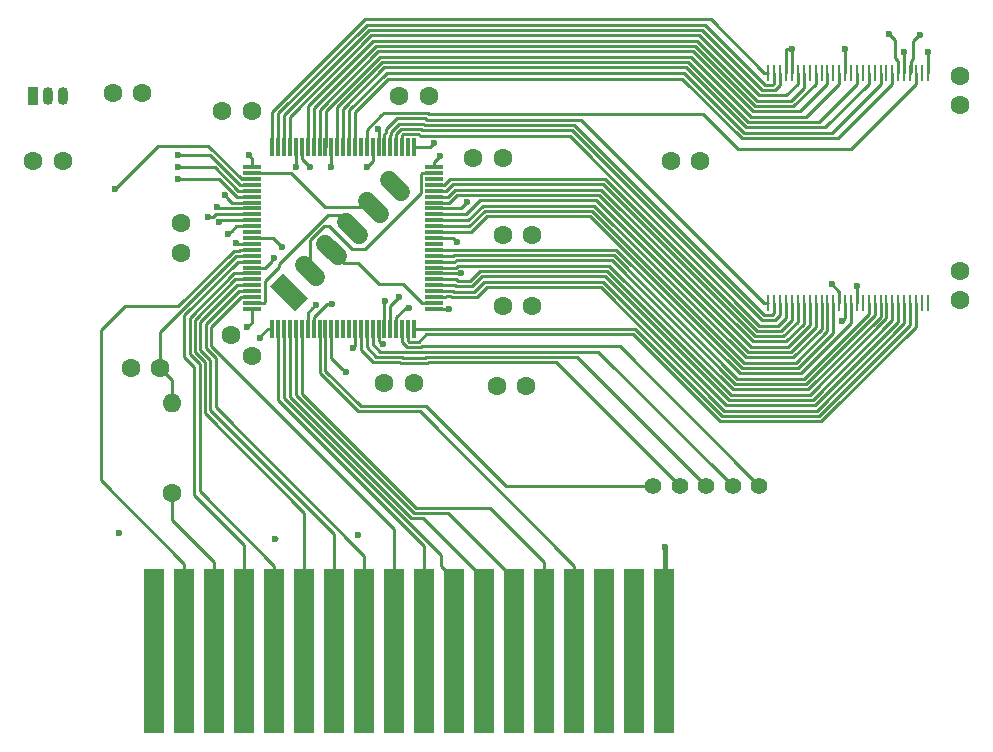
<source format=gtl>
G04 #@! TF.FileFunction,Copper,L1,Top,Signal*
%FSLAX46Y46*%
G04 Gerber Fmt 4.6, Leading zero omitted, Abs format (unit mm)*
G04 Created by KiCad (PCBNEW 4.0.7) date 12/03/18 22:41:55*
%MOMM*%
%LPD*%
G01*
G04 APERTURE LIST*
%ADD10C,0.100000*%
%ADD11R,0.269240X1.391920*%
%ADD12R,0.271780X1.391920*%
%ADD13R,1.780000X14.000000*%
%ADD14C,1.510000*%
%ADD15O,0.900000X1.500000*%
%ADD16R,0.900000X1.500000*%
%ADD17R,1.500000X0.300000*%
%ADD18R,0.300000X1.500000*%
%ADD19C,1.400000*%
%ADD20C,1.600000*%
%ADD21O,1.600000X1.600000*%
%ADD22C,0.600000*%
%ADD23C,0.250000*%
%ADD24C,0.400000*%
G04 APERTURE END LIST*
D10*
D11*
X173004080Y-79000000D03*
X173004080Y-98486880D03*
X173504460Y-79000000D03*
X173504460Y-98486880D03*
X174004840Y-79000000D03*
X174004840Y-98486880D03*
D12*
X174505220Y-79000000D03*
X174505220Y-98486880D03*
X175005600Y-79000000D03*
X175005600Y-98486880D03*
D11*
X175503440Y-79000000D03*
X175503440Y-98486880D03*
X176003820Y-79000000D03*
X176003820Y-98486880D03*
X176504200Y-79000000D03*
X176504200Y-98486880D03*
X177004580Y-79000000D03*
X177004580Y-98486880D03*
X177504960Y-79000000D03*
X177504960Y-98486880D03*
D12*
X178005340Y-79000000D03*
X178005340Y-98486880D03*
X178505720Y-79000000D03*
X178505720Y-98486880D03*
D11*
X179003560Y-79000000D03*
X179003560Y-98486880D03*
X179503940Y-79000000D03*
X179503940Y-98486880D03*
X180001780Y-79000000D03*
X180001780Y-98486880D03*
X180502160Y-79000000D03*
X180502160Y-98486880D03*
D12*
X181000000Y-79000000D03*
X181000000Y-98486880D03*
X181500380Y-79000000D03*
X181500380Y-98486880D03*
D11*
X182000760Y-79000000D03*
X182000760Y-98486880D03*
X182501140Y-79000000D03*
X182501140Y-98486880D03*
X183001520Y-79000000D03*
X183001520Y-98486880D03*
X183501900Y-79000000D03*
X183501900Y-98486880D03*
X184002280Y-79000000D03*
X184002280Y-98486880D03*
D12*
X184500120Y-79000000D03*
X184500120Y-98486880D03*
X185000500Y-79000000D03*
X185000500Y-98486880D03*
D11*
X185500880Y-79000000D03*
X185500880Y-98486880D03*
X186001260Y-79000000D03*
X186001260Y-98486880D03*
X186501640Y-79000000D03*
X186501640Y-98486880D03*
D13*
X164180000Y-128000000D03*
X161640000Y-128000000D03*
X159100000Y-128000000D03*
X156560000Y-128000000D03*
X154020000Y-128000000D03*
X151480000Y-128000000D03*
X148940000Y-128000000D03*
X146400000Y-128000000D03*
X143860000Y-128000000D03*
X141320000Y-128000000D03*
X138780000Y-128000000D03*
X136240000Y-128000000D03*
X133700000Y-128000000D03*
X131160000Y-128000000D03*
X128620000Y-128000000D03*
X126080000Y-128000000D03*
X123540000Y-128000000D03*
X121000000Y-128000000D03*
D10*
G36*
X132938228Y-99190163D02*
X130809837Y-97061772D01*
X131877568Y-95994041D01*
X134005959Y-98122432D01*
X132938228Y-99190163D01*
X132938228Y-99190163D01*
G37*
D14*
X133673619Y-95265721D02*
X134734279Y-96326381D01*
X135469670Y-93469670D02*
X136530330Y-94530330D01*
X137265722Y-91673618D02*
X138326382Y-92734278D01*
X139061773Y-89877567D02*
X140122433Y-90938227D01*
X140857824Y-88081516D02*
X141918484Y-89142176D01*
D15*
X112000000Y-81000000D03*
X113270000Y-81000000D03*
D16*
X110730000Y-81000000D03*
D17*
X129300000Y-87000000D03*
X129300000Y-87500000D03*
X129300000Y-88000000D03*
X129300000Y-88500000D03*
X129300000Y-89000000D03*
X129300000Y-89500000D03*
X129300000Y-90000000D03*
X129300000Y-90500000D03*
X129300000Y-91000000D03*
X129300000Y-91500000D03*
X129300000Y-92000000D03*
X129300000Y-92500000D03*
X129300000Y-93000000D03*
X129300000Y-93500000D03*
X129300000Y-94000000D03*
X129300000Y-94500000D03*
X129300000Y-95000000D03*
X129300000Y-95500000D03*
X129300000Y-96000000D03*
X129300000Y-96500000D03*
X129300000Y-97000000D03*
X129300000Y-97500000D03*
X129300000Y-98000000D03*
X129300000Y-98500000D03*
X129300000Y-99000000D03*
D18*
X131000000Y-100700000D03*
X131500000Y-100700000D03*
X132000000Y-100700000D03*
X132500000Y-100700000D03*
X133000000Y-100700000D03*
X133500000Y-100700000D03*
X134000000Y-100700000D03*
X134500000Y-100700000D03*
X135000000Y-100700000D03*
X135500000Y-100700000D03*
X136000000Y-100700000D03*
X136500000Y-100700000D03*
X137000000Y-100700000D03*
X137500000Y-100700000D03*
X138000000Y-100700000D03*
X138500000Y-100700000D03*
X139000000Y-100700000D03*
X139500000Y-100700000D03*
X140000000Y-100700000D03*
X140500000Y-100700000D03*
X141000000Y-100700000D03*
X141500000Y-100700000D03*
X142000000Y-100700000D03*
X142500000Y-100700000D03*
X143000000Y-100700000D03*
D17*
X144700000Y-99000000D03*
X144700000Y-98500000D03*
X144700000Y-98000000D03*
X144700000Y-97500000D03*
X144700000Y-97000000D03*
X144700000Y-96500000D03*
X144700000Y-96000000D03*
X144700000Y-95500000D03*
X144700000Y-95000000D03*
X144700000Y-94500000D03*
X144700000Y-94000000D03*
X144700000Y-93500000D03*
X144700000Y-93000000D03*
X144700000Y-92500000D03*
X144700000Y-92000000D03*
X144700000Y-91500000D03*
X144700000Y-91000000D03*
X144700000Y-90500000D03*
X144700000Y-90000000D03*
X144700000Y-89500000D03*
X144700000Y-89000000D03*
X144700000Y-88500000D03*
X144700000Y-88000000D03*
X144700000Y-87500000D03*
X144700000Y-87000000D03*
D18*
X143000000Y-85300000D03*
X142500000Y-85300000D03*
X142000000Y-85300000D03*
X141500000Y-85300000D03*
X141000000Y-85300000D03*
X140500000Y-85300000D03*
X140000000Y-85300000D03*
X139500000Y-85300000D03*
X139000000Y-85300000D03*
X138500000Y-85300000D03*
X138000000Y-85300000D03*
X137500000Y-85300000D03*
X137000000Y-85300000D03*
X136500000Y-85300000D03*
X136000000Y-85300000D03*
X135500000Y-85300000D03*
X135000000Y-85300000D03*
X134500000Y-85300000D03*
X134000000Y-85300000D03*
X133500000Y-85300000D03*
X133000000Y-85300000D03*
X132500000Y-85300000D03*
X132000000Y-85300000D03*
X131500000Y-85300000D03*
X131000000Y-85300000D03*
D19*
X165500000Y-114000000D03*
X167750000Y-114000000D03*
X170000000Y-114000000D03*
X172250000Y-114000000D03*
X163250000Y-114000000D03*
D20*
X189250000Y-98250000D03*
X189250000Y-95750000D03*
X189250000Y-79250000D03*
X189250000Y-81750000D03*
X121500000Y-104000000D03*
X119000000Y-104000000D03*
X122500000Y-114620000D03*
D21*
X122500000Y-107000000D03*
D20*
X113250000Y-86500000D03*
X110750000Y-86500000D03*
X117500000Y-80750000D03*
X120000000Y-80750000D03*
X126750000Y-82250000D03*
X129250000Y-82250000D03*
X141750000Y-81000000D03*
X144250000Y-81000000D03*
X148000000Y-86250000D03*
X150500000Y-86250000D03*
X150500000Y-98750000D03*
X153000000Y-98750000D03*
X150000000Y-105500000D03*
X152500000Y-105500000D03*
X140500000Y-105250000D03*
X143000000Y-105250000D03*
X127482233Y-101232233D03*
X129250000Y-103000000D03*
X123250000Y-94250000D03*
X123250000Y-91750000D03*
X164750000Y-86500000D03*
X167250000Y-86500000D03*
X150500000Y-92750000D03*
X153000000Y-92750000D03*
D22*
X136048187Y-98617047D03*
X128867323Y-100544016D03*
X137874990Y-102289841D03*
X131818934Y-93739173D03*
X178365644Y-96911871D03*
X140542554Y-98335716D03*
X145163471Y-86059885D03*
X134221457Y-87006163D03*
X136000000Y-87000000D03*
X139000000Y-87000000D03*
X146647113Y-93365248D03*
X186504710Y-77250361D03*
X179496256Y-77014121D03*
X134669627Y-98661472D03*
X147477277Y-89974786D03*
X129965568Y-101488506D03*
X183233692Y-75758482D03*
X185818194Y-75806343D03*
X141730825Y-98031133D03*
X131154388Y-94723500D03*
X126977540Y-89377295D03*
X144674017Y-84961333D03*
X139975553Y-83778773D03*
X164248305Y-119141288D03*
X133000000Y-87000000D03*
X147000000Y-96000000D03*
X146000000Y-99000000D03*
X129000000Y-86000000D03*
X118000000Y-118000000D03*
X180506838Y-97044952D03*
X184496669Y-77289734D03*
X175000000Y-77000000D03*
X127966763Y-93462315D03*
X127263886Y-92693544D03*
X126517080Y-91617265D03*
X125572590Y-91199932D03*
X126346650Y-90344519D03*
X123000000Y-88000000D03*
X123000000Y-87000000D03*
X123000000Y-86000000D03*
X117687194Y-88849688D03*
X138246332Y-118165789D03*
X140396325Y-101993799D03*
X137215812Y-104363006D03*
X131250000Y-118500000D03*
X179250000Y-100000000D03*
X142614179Y-98901302D03*
D23*
X134500000Y-100700000D02*
X134500000Y-99714998D01*
X134500000Y-99714998D02*
X135597951Y-98617047D01*
X135597951Y-98617047D02*
X135623923Y-98617047D01*
X135623923Y-98617047D02*
X136048187Y-98617047D01*
X129167322Y-100244017D02*
X128867323Y-100544016D01*
X129300000Y-100111339D02*
X129167322Y-100244017D01*
X129300000Y-99000000D02*
X129300000Y-100111339D01*
X138000000Y-102164831D02*
X137874990Y-102289841D01*
X138000000Y-100700000D02*
X138000000Y-102164831D01*
X131518935Y-93439174D02*
X131818934Y-93739173D01*
X131079761Y-93000000D02*
X131518935Y-93439174D01*
X129300000Y-93000000D02*
X131079761Y-93000000D01*
X178374511Y-96911871D02*
X178365644Y-96911871D01*
X179003560Y-98486880D02*
X179003560Y-97540920D01*
X179003560Y-97540920D02*
X178374511Y-96911871D01*
X140500000Y-100700000D02*
X140500000Y-98378270D01*
X140500000Y-98378270D02*
X140542554Y-98335716D01*
X144863472Y-86359884D02*
X145163471Y-86059885D01*
X144700000Y-87000000D02*
X144700000Y-86523356D01*
X144700000Y-86523356D02*
X144863472Y-86359884D01*
X134206163Y-87006163D02*
X134221457Y-87006163D01*
X133500000Y-86300000D02*
X134206163Y-87006163D01*
X133500000Y-85300000D02*
X133500000Y-86300000D01*
X136000000Y-85300000D02*
X136000000Y-87000000D01*
X139500000Y-85300000D02*
X139500000Y-86500000D01*
X139500000Y-86500000D02*
X139000000Y-87000000D01*
X144700000Y-93000000D02*
X146281865Y-93000000D01*
X146281865Y-93000000D02*
X146647113Y-93365248D01*
X186501640Y-77253431D02*
X186504710Y-77250361D01*
X186501640Y-79000000D02*
X186501640Y-77253431D01*
X179503940Y-77021805D02*
X179496256Y-77014121D01*
X179503940Y-79000000D02*
X179503940Y-77021805D01*
D24*
X113273981Y-81259571D02*
X113270000Y-81263552D01*
X141388154Y-88611846D02*
X141388154Y-89357394D01*
X141388154Y-88611846D02*
X140863808Y-88611846D01*
X141388154Y-88611846D02*
X140826941Y-88611846D01*
D23*
X134369628Y-98961471D02*
X134669627Y-98661472D01*
X134000000Y-99331099D02*
X134369628Y-98961471D01*
X134000000Y-100700000D02*
X134000000Y-99331099D01*
X144700000Y-90500000D02*
X146952063Y-90500000D01*
X147177278Y-90274785D02*
X147477277Y-89974786D01*
X146952063Y-90500000D02*
X147177278Y-90274785D01*
X129965568Y-101334432D02*
X129965568Y-101488506D01*
X130600000Y-100700000D02*
X129965568Y-101334432D01*
X131000000Y-100700000D02*
X130600000Y-100700000D01*
X184002280Y-79000000D02*
X183961521Y-78959241D01*
X183961521Y-78959241D02*
X183961521Y-78044039D01*
X183961521Y-78044039D02*
X183688373Y-77770891D01*
X183688373Y-77770891D02*
X183688373Y-76213163D01*
X183688373Y-76213163D02*
X183533691Y-76058481D01*
X183533691Y-76058481D02*
X183233692Y-75758482D01*
X185000500Y-79000000D02*
X185041259Y-78959241D01*
X185041259Y-78959241D02*
X185041259Y-78044039D01*
X185041259Y-78044039D02*
X185283744Y-77801554D01*
X185283744Y-77801554D02*
X185283744Y-76308885D01*
X185786286Y-75806343D02*
X185818194Y-75806343D01*
X185283744Y-76308885D02*
X185786286Y-75806343D01*
X174500000Y-77000000D02*
X174505220Y-77005220D01*
X174505220Y-77005220D02*
X174505220Y-79000000D01*
X175000000Y-77000000D02*
X174500000Y-77000000D01*
X141430826Y-98331132D02*
X141730825Y-98031133D01*
X141000000Y-98761958D02*
X141430826Y-98331132D01*
X141000000Y-100700000D02*
X141000000Y-98761958D01*
X130854389Y-95023499D02*
X131154388Y-94723500D01*
X130377888Y-95500000D02*
X130854389Y-95023499D01*
X129300000Y-95500000D02*
X130377888Y-95500000D01*
X127277539Y-89677294D02*
X126977540Y-89377295D01*
X129300000Y-90000000D02*
X127600245Y-90000000D01*
X127600245Y-90000000D02*
X127277539Y-89677294D01*
X144335350Y-85300000D02*
X144374018Y-85261332D01*
X144374018Y-85261332D02*
X144674017Y-84961333D01*
X143000000Y-85300000D02*
X144335350Y-85300000D01*
X140000000Y-83803220D02*
X139975553Y-83778773D01*
X140000000Y-85300000D02*
X140000000Y-83803220D01*
D24*
X164248305Y-119141288D02*
X164248305Y-127931695D01*
D23*
X164248305Y-127931695D02*
X164180000Y-128000000D01*
X133000000Y-85300000D02*
X133000000Y-87000000D01*
X144700000Y-96000000D02*
X147000000Y-96000000D01*
X144700000Y-99000000D02*
X146000000Y-99000000D01*
X129300000Y-87000000D02*
X129300000Y-86300000D01*
X129300000Y-86300000D02*
X129000000Y-86000000D01*
X180502160Y-97049630D02*
X180506838Y-97044952D01*
X180502160Y-98486880D02*
X180502160Y-97049630D01*
X184500120Y-77293185D02*
X184496669Y-77289734D01*
X184500120Y-79000000D02*
X184500120Y-77293185D01*
X175005600Y-79000000D02*
X175005600Y-77005600D01*
X175005600Y-77005600D02*
X175000000Y-77000000D01*
X128490491Y-94500000D02*
X128453164Y-94537327D01*
X121500000Y-102868630D02*
X121500000Y-104000000D01*
X121500000Y-100973726D02*
X121500000Y-102868630D01*
X128453164Y-94537327D02*
X127936399Y-94537327D01*
X127936399Y-94537327D02*
X121500000Y-100973726D01*
X129300000Y-94500000D02*
X128490491Y-94500000D01*
X122500000Y-107000000D02*
X122500000Y-105000000D01*
X122500000Y-105000000D02*
X121500000Y-104000000D01*
X128004448Y-93500000D02*
X127966763Y-93462315D01*
X129300000Y-93500000D02*
X128004448Y-93500000D01*
X127957430Y-92000000D02*
X127563885Y-92393545D01*
X129300000Y-92000000D02*
X127957430Y-92000000D01*
X127563885Y-92393545D02*
X127263886Y-92693544D01*
X129300000Y-91500000D02*
X126634345Y-91500000D01*
X126634345Y-91500000D02*
X126517080Y-91617265D01*
X125996854Y-91199932D02*
X125572590Y-91199932D01*
X128280283Y-90980283D02*
X126216503Y-90980283D01*
X129300000Y-91000000D02*
X128300000Y-91000000D01*
X126216503Y-90980283D02*
X125996854Y-91199932D01*
X128300000Y-91000000D02*
X128280283Y-90980283D01*
X129300000Y-90500000D02*
X126502131Y-90500000D01*
X126502131Y-90500000D02*
X126346650Y-90344519D01*
X126492619Y-88000000D02*
X127992619Y-89500000D01*
X123000000Y-88000000D02*
X126492619Y-88000000D01*
X127992619Y-89500000D02*
X128300000Y-89500000D01*
X128300000Y-89500000D02*
X129300000Y-89500000D01*
X128300000Y-89000000D02*
X129300000Y-89000000D01*
X123000000Y-87000000D02*
X126129030Y-87000000D01*
X128129030Y-89000000D02*
X128300000Y-89000000D01*
X126129030Y-87000000D02*
X128129030Y-89000000D01*
X125765441Y-86000000D02*
X128265441Y-88500000D01*
X128300000Y-88500000D02*
X129300000Y-88500000D01*
X128265441Y-88500000D02*
X128300000Y-88500000D01*
X123000000Y-86000000D02*
X125765441Y-86000000D01*
X117987193Y-88549689D02*
X117687194Y-88849688D01*
X121359499Y-85177383D02*
X117987193Y-88549689D01*
X128401851Y-88000000D02*
X125579234Y-85177383D01*
X129300000Y-88000000D02*
X128401851Y-88000000D01*
X125579234Y-85177383D02*
X121359499Y-85177383D01*
X156560000Y-120750000D02*
X156560000Y-128000000D01*
X138288588Y-107674999D02*
X143484999Y-107674999D01*
X135000000Y-100700000D02*
X135000000Y-104386411D01*
X143484999Y-107674999D02*
X156560000Y-120750000D01*
X135000000Y-104386411D02*
X138288588Y-107674999D01*
X143154071Y-115825003D02*
X149395046Y-115825003D01*
X149395046Y-115825003D02*
X154020000Y-120449957D01*
X133500000Y-100700000D02*
X133500000Y-106170932D01*
X133500000Y-106170932D02*
X143154071Y-115825003D01*
X154020000Y-120449957D02*
X154020000Y-120750000D01*
X154020000Y-120750000D02*
X154020000Y-128000000D01*
X151480000Y-121890000D02*
X151480000Y-128000000D01*
X133000000Y-106307343D02*
X142967671Y-116275014D01*
X145865014Y-116275014D02*
X151480000Y-121890000D01*
X142967671Y-116275014D02*
X145865014Y-116275014D01*
X133000000Y-100700000D02*
X133000000Y-106307343D01*
X142781271Y-116725025D02*
X143775025Y-116725025D01*
X132500000Y-106443754D02*
X142781271Y-116725025D01*
X132500000Y-100700000D02*
X132500000Y-106443754D01*
X148940000Y-121890000D02*
X148940000Y-128000000D01*
X143775025Y-116725025D02*
X148940000Y-121890000D01*
X145260000Y-120750000D02*
X146400000Y-121890000D01*
X132000000Y-106580162D02*
X145260000Y-119840162D01*
X145260000Y-119840162D02*
X145260000Y-120750000D01*
X146400000Y-121890000D02*
X146400000Y-128000000D01*
X132000000Y-100700000D02*
X132000000Y-106580162D01*
X131500000Y-100700000D02*
X131500000Y-106753570D01*
X131500000Y-106753570D02*
X143860000Y-119113570D01*
X143860000Y-119113570D02*
X143860000Y-120750000D01*
X143860000Y-120750000D02*
X143860000Y-128000000D01*
X141320000Y-120750000D02*
X141320000Y-128000000D01*
X141320000Y-117628902D02*
X141320000Y-120750000D01*
X128314998Y-98000000D02*
X125817723Y-100497275D01*
X129300000Y-98000000D02*
X128314998Y-98000000D01*
X125817723Y-102126625D02*
X141320000Y-117628902D01*
X125817723Y-100497275D02*
X125817723Y-102126625D01*
X138780000Y-119901653D02*
X138780000Y-128000000D01*
X126199526Y-107321179D02*
X138780000Y-119901653D01*
X125367712Y-102313025D02*
X126199526Y-103144839D01*
X128178588Y-97500000D02*
X125367712Y-100310876D01*
X129300000Y-97500000D02*
X128178588Y-97500000D01*
X126199526Y-103144839D02*
X126199526Y-107321179D01*
X125367712Y-100310876D02*
X125367712Y-102313025D01*
X129300000Y-97000000D02*
X128042178Y-97000000D01*
X128042178Y-97000000D02*
X124917701Y-100124477D01*
X124917701Y-100124477D02*
X124917701Y-102499425D01*
X124917701Y-102499425D02*
X125749515Y-103331239D01*
X125749515Y-103331239D02*
X125749515Y-107584654D01*
X125749515Y-107584654D02*
X136240000Y-118075139D01*
X136240000Y-118075139D02*
X136240000Y-120750000D01*
X136240000Y-120750000D02*
X136240000Y-128000000D01*
X128300000Y-96500000D02*
X129300000Y-96500000D01*
X127882958Y-96500000D02*
X128300000Y-96500000D01*
X124451842Y-102669977D02*
X124451842Y-99931115D01*
X125299504Y-107848129D02*
X125299504Y-103517639D01*
X133700000Y-116248625D02*
X125299504Y-107848129D01*
X133700000Y-128000000D02*
X133700000Y-116248625D01*
X125299504Y-103517639D02*
X124451842Y-102669977D01*
X124451842Y-99931115D02*
X127882958Y-96500000D01*
X128300000Y-96000000D02*
X129300000Y-96000000D01*
X127746548Y-96000000D02*
X128300000Y-96000000D01*
X131160000Y-120750000D02*
X124849493Y-114439493D01*
X124001831Y-99744716D02*
X127746548Y-96000000D01*
X124849493Y-114439493D02*
X124849493Y-103704039D01*
X131160000Y-128000000D02*
X131160000Y-120750000D01*
X124001831Y-102856377D02*
X124001831Y-99744716D01*
X124849493Y-103704039D02*
X124001831Y-102856377D01*
X123551820Y-99558318D02*
X128110137Y-95000000D01*
X128300000Y-95000000D02*
X129300000Y-95000000D01*
X124399482Y-114740122D02*
X124399482Y-103890439D01*
X123551820Y-103042777D02*
X123551820Y-99558318D01*
X128620000Y-118960640D02*
X124399482Y-114740122D01*
X128620000Y-128000000D02*
X128620000Y-118960640D01*
X128110137Y-95000000D02*
X128300000Y-95000000D01*
X124399482Y-103890439D02*
X123551820Y-103042777D01*
X122500000Y-114620000D02*
X122500000Y-116848825D01*
X122500000Y-116848825D02*
X126080000Y-120428825D01*
X126080000Y-120428825D02*
X126080000Y-128000000D01*
X123540000Y-128000000D02*
X123540000Y-120565756D01*
X123041668Y-98795648D02*
X127750000Y-94087316D01*
X123540000Y-120565756D02*
X116476654Y-113502410D01*
X116476654Y-113502410D02*
X116476654Y-100818994D01*
X116476654Y-100818994D02*
X118500000Y-98795648D01*
X118500000Y-98795648D02*
X123041668Y-98795648D01*
X127750000Y-94087316D02*
X128212684Y-94087316D01*
X128212684Y-94087316D02*
X128300000Y-94000000D01*
X128300000Y-94000000D02*
X129300000Y-94000000D01*
X134203949Y-95796051D02*
X134203949Y-93208023D01*
X134203949Y-93208023D02*
X135411972Y-92000000D01*
X135411972Y-92000000D02*
X135821481Y-92000000D01*
X135821481Y-92000000D02*
X137783244Y-93961763D01*
X137783244Y-93961763D02*
X138857954Y-93961763D01*
X143624999Y-89194718D02*
X143624999Y-87575001D01*
X138857954Y-93961763D02*
X143624999Y-89194718D01*
X143624999Y-87575001D02*
X143700000Y-87500000D01*
X143700000Y-87500000D02*
X144700000Y-87500000D01*
X136000000Y-94000000D02*
X137104199Y-95104199D01*
X137104199Y-95104199D02*
X138271362Y-95104199D01*
X138271362Y-95104199D02*
X140062045Y-96894882D01*
X140062045Y-96894882D02*
X142094882Y-96894882D01*
X142094882Y-96894882D02*
X143700000Y-98500000D01*
X143700000Y-98500000D02*
X144700000Y-98500000D01*
X130300000Y-98500000D02*
X129300000Y-98500000D01*
X131572557Y-95441976D02*
X130375001Y-96639532D01*
X130375001Y-98424999D02*
X130300000Y-98500000D01*
X135706519Y-91069042D02*
X131572557Y-95203004D01*
X136661146Y-91069042D02*
X135706519Y-91069042D01*
X137796052Y-92203948D02*
X136661146Y-91069042D01*
X130375001Y-96639532D02*
X130375001Y-98424999D01*
X131572557Y-95203004D02*
X131572557Y-95441976D01*
X132574996Y-87500000D02*
X129300000Y-87500000D01*
X135482893Y-90407897D02*
X132574996Y-87500000D01*
X139592103Y-90407897D02*
X135482893Y-90407897D01*
X155084726Y-103584726D02*
X165500000Y-114000000D01*
X139518831Y-103518831D02*
X141788185Y-103518831D01*
X141844399Y-103575045D02*
X144155601Y-103575045D01*
X138500000Y-100700000D02*
X138500000Y-102500000D01*
X141788185Y-103518831D02*
X141844399Y-103575045D01*
X138500000Y-102500000D02*
X139518831Y-103518831D01*
X144155601Y-103575045D02*
X144211815Y-103518831D01*
X144211815Y-103518831D02*
X155018831Y-103518831D01*
X155018831Y-103518831D02*
X155084726Y-103584726D01*
X141974585Y-103068820D02*
X142030799Y-103125034D01*
X139818820Y-103068820D02*
X141974585Y-103068820D01*
X143969201Y-103125034D02*
X144025415Y-103068820D01*
X139000000Y-102250000D02*
X139818820Y-103068820D01*
X167050001Y-113300001D02*
X167750000Y-114000000D01*
X156818820Y-103068820D02*
X167050001Y-113300001D01*
X142030799Y-103125034D02*
X143969201Y-103125034D01*
X139000000Y-100700000D02*
X139000000Y-102250000D01*
X144025415Y-103068820D02*
X156818820Y-103068820D01*
X139500000Y-102000000D02*
X140118809Y-102618809D01*
X158618809Y-102618809D02*
X169300001Y-113300001D01*
X142217199Y-102675023D02*
X143782801Y-102675023D01*
X143839015Y-102618809D02*
X158618809Y-102618809D01*
X143782801Y-102675023D02*
X143839015Y-102618809D01*
X142160985Y-102618809D02*
X142217199Y-102675023D01*
X139500000Y-100700000D02*
X139500000Y-102000000D01*
X140118809Y-102618809D02*
X142160985Y-102618809D01*
X169300001Y-113300001D02*
X170000000Y-114000000D01*
X142403599Y-102225012D02*
X143596401Y-102225012D01*
X143652615Y-102168798D02*
X160418798Y-102168798D01*
X142000000Y-100700000D02*
X142000000Y-101821413D01*
X143596401Y-102225012D02*
X143652615Y-102168798D01*
X171550001Y-113300001D02*
X172250000Y-114000000D01*
X142000000Y-101821413D02*
X142403599Y-102225012D01*
X160418798Y-102168798D02*
X171550001Y-113300001D01*
X135500000Y-100700000D02*
X135500000Y-104250000D01*
X135500000Y-104250000D02*
X138474988Y-107224988D01*
X143974988Y-107224988D02*
X150750000Y-114000000D01*
X138474988Y-107224988D02*
X143974988Y-107224988D01*
X150750000Y-114000000D02*
X163250000Y-114000000D01*
X131000000Y-82315487D02*
X138821006Y-74494481D01*
X172619460Y-79000000D02*
X173004080Y-79000000D01*
X138821006Y-74494481D02*
X168113941Y-74494481D01*
X131000000Y-85300000D02*
X131000000Y-82315487D01*
X168113941Y-74494481D02*
X172619460Y-79000000D01*
X140599979Y-83805787D02*
X140599982Y-83805783D01*
X141530800Y-82874966D02*
X143969201Y-82874966D01*
X140599982Y-83805783D02*
X141530800Y-82874966D01*
X172619460Y-98486880D02*
X173004080Y-98486880D01*
X157118879Y-82986299D02*
X172619460Y-98486880D01*
X144080534Y-82986299D02*
X157118879Y-82986299D01*
X140500000Y-84178587D02*
X140599979Y-84078608D01*
X140500000Y-85300000D02*
X140500000Y-84178587D01*
X140599979Y-84078608D02*
X140599979Y-83805787D01*
X143969201Y-82874966D02*
X144080534Y-82986299D01*
X173398702Y-80020961D02*
X173504460Y-79915203D01*
X131500000Y-85300000D02*
X131500000Y-82451898D01*
X131500000Y-82451898D02*
X139007406Y-74944492D01*
X167645926Y-74944492D02*
X172722395Y-80020961D01*
X173504460Y-79915203D02*
X173504460Y-79000000D01*
X139007406Y-74944492D02*
X167645926Y-74944492D01*
X172722395Y-80020961D02*
X173398702Y-80020961D01*
X156537928Y-83436310D02*
X172609459Y-99507841D01*
X172609459Y-99507841D02*
X173319410Y-99507841D01*
X141049991Y-83992185D02*
X141717200Y-83324977D01*
X173504460Y-99322791D02*
X173504460Y-98486880D01*
X141717200Y-83324977D02*
X143782801Y-83324977D01*
X173319410Y-99507841D02*
X173504460Y-99322791D01*
X143782801Y-83324977D02*
X143894134Y-83436310D01*
X141000000Y-85300000D02*
X141000000Y-84300000D01*
X141000000Y-84300000D02*
X141049991Y-84250009D01*
X141049991Y-84250009D02*
X141049991Y-83992185D01*
X143894134Y-83436310D02*
X156537928Y-83436310D01*
X132000000Y-82588309D02*
X139193806Y-75394503D01*
X174004840Y-79945960D02*
X174004840Y-79000000D01*
X174004840Y-80051233D02*
X174004840Y-79945960D01*
X172423059Y-80470972D02*
X173585101Y-80470972D01*
X139193806Y-75394503D02*
X167346590Y-75394503D01*
X173585101Y-80470972D02*
X174004840Y-80051233D01*
X167346590Y-75394503D02*
X172423059Y-80470972D01*
X132000000Y-85300000D02*
X132000000Y-82588309D01*
X173585101Y-99957852D02*
X174004840Y-99538113D01*
X141903600Y-83774988D02*
X143596401Y-83774988D01*
X172423059Y-99957852D02*
X173585101Y-99957852D01*
X143707734Y-83886321D02*
X156351528Y-83886321D01*
X141500001Y-84178586D02*
X141903600Y-83774988D01*
X141500000Y-85300000D02*
X141500001Y-84178586D01*
X143596401Y-83774988D02*
X143707734Y-83886321D01*
X174004840Y-99538113D02*
X174004840Y-99432840D01*
X174004840Y-99432840D02*
X174004840Y-98486880D01*
X156351528Y-83886321D02*
X172423059Y-99957852D01*
X142000000Y-85300000D02*
X142000000Y-84314998D01*
X142090000Y-84224999D02*
X143410001Y-84224999D01*
X174464461Y-99752013D02*
X174464461Y-98486880D01*
X173808611Y-100407863D02*
X174464461Y-99752013D01*
X172236659Y-100407863D02*
X173808611Y-100407863D01*
X156165128Y-84336332D02*
X172236659Y-100407863D01*
X143521334Y-84336332D02*
X156165128Y-84336332D01*
X143410001Y-84224999D02*
X143521334Y-84336332D01*
X142000000Y-84314998D02*
X142090000Y-84224999D01*
X175005600Y-99916593D02*
X175005600Y-99432840D01*
X144700000Y-88500000D02*
X145574475Y-88500000D01*
X145574475Y-88500000D02*
X146074732Y-87999743D01*
X146074732Y-87999743D02*
X159192128Y-87999743D01*
X159192128Y-87999743D02*
X172050259Y-100857874D01*
X172050259Y-100857874D02*
X174064319Y-100857874D01*
X174064319Y-100857874D02*
X175005600Y-99916593D01*
X175005600Y-99432840D02*
X175005600Y-98486880D01*
X175503440Y-79945960D02*
X175503440Y-79000000D01*
X139380206Y-75844514D02*
X167160190Y-75844514D01*
X174528417Y-80920983D02*
X175503440Y-79945960D01*
X132500000Y-85300000D02*
X132500000Y-82724720D01*
X167160190Y-75844514D02*
X172236659Y-80920983D01*
X132500000Y-82724720D02*
X139380206Y-75844514D01*
X172236659Y-80920983D02*
X174528417Y-80920983D01*
X144700000Y-89000000D02*
X145710886Y-89000000D01*
X175503440Y-100080385D02*
X175503440Y-99432840D01*
X175503440Y-99432840D02*
X175503440Y-98486880D01*
X174275940Y-101307885D02*
X175503440Y-100080385D01*
X171863859Y-101307885D02*
X174275940Y-101307885D01*
X145710886Y-89000000D02*
X146261132Y-88449754D01*
X159005728Y-88449754D02*
X171863859Y-101307885D01*
X146261132Y-88449754D02*
X159005728Y-88449754D01*
X166973790Y-76294525D02*
X172059582Y-81380317D01*
X174892505Y-81380317D02*
X176003820Y-80269002D01*
X139566606Y-76294525D02*
X166973790Y-76294525D01*
X172059582Y-81380317D02*
X174892505Y-81380317D01*
X134000000Y-81861131D02*
X139566606Y-76294525D01*
X176003820Y-80269002D02*
X176003820Y-79945960D01*
X176003820Y-79945960D02*
X176003820Y-79000000D01*
X134000000Y-85300000D02*
X134000000Y-81861131D01*
X146447532Y-88899765D02*
X158819328Y-88899765D01*
X158819328Y-88899765D02*
X171677459Y-101757896D01*
X176003820Y-99432840D02*
X176003820Y-98486880D01*
X144700000Y-89500000D02*
X145847297Y-89500000D01*
X145847297Y-89500000D02*
X146447532Y-88899765D01*
X174487562Y-101757896D02*
X176003820Y-100241638D01*
X176003820Y-100241638D02*
X176003820Y-99432840D01*
X171677459Y-101757896D02*
X174487562Y-101757896D01*
X174699184Y-102207907D02*
X176504200Y-100402891D01*
X176504200Y-99432840D02*
X176504200Y-98486880D01*
X176504200Y-100402891D02*
X176504200Y-99432840D01*
X144700000Y-90000000D02*
X145983708Y-90000000D01*
X171491059Y-102207907D02*
X174699184Y-102207907D01*
X145983708Y-90000000D02*
X146633932Y-89349776D01*
X158632928Y-89349776D02*
X171491059Y-102207907D01*
X146633932Y-89349776D02*
X158632928Y-89349776D01*
X134524999Y-81972543D02*
X139753006Y-76744536D01*
X166787390Y-76744536D02*
X171873182Y-81830328D01*
X134524999Y-84289999D02*
X134524999Y-81972543D01*
X139753006Y-76744536D02*
X166787390Y-76744536D01*
X175120212Y-81830328D02*
X177004580Y-79945960D01*
X171873182Y-81830328D02*
X175120212Y-81830328D01*
X177004580Y-79945960D02*
X177004580Y-79000000D01*
X134524999Y-85275001D02*
X134524999Y-84289999D01*
X134500000Y-85300000D02*
X134524999Y-85275001D01*
X134524999Y-84289999D02*
X134500000Y-85300000D01*
X148617630Y-89799787D02*
X158446528Y-89799787D01*
X177004580Y-100564143D02*
X177004580Y-99432840D01*
X147417417Y-91000000D02*
X148617630Y-89799787D01*
X158446528Y-89799787D02*
X171304659Y-102657918D01*
X174910805Y-102657918D02*
X177004580Y-100564143D01*
X171304659Y-102657918D02*
X174910805Y-102657918D01*
X177004580Y-99432840D02*
X177004580Y-98486880D01*
X144700000Y-91000000D02*
X147417417Y-91000000D01*
X177504960Y-99432840D02*
X177504960Y-98486880D01*
X177504960Y-100725399D02*
X177504960Y-99432840D01*
X158260128Y-90249798D02*
X171118259Y-103107929D01*
X147553828Y-91500000D02*
X148804030Y-90249798D01*
X175122430Y-103107929D02*
X177504960Y-100725399D01*
X171118259Y-103107929D02*
X175122430Y-103107929D01*
X144700000Y-91500000D02*
X147553828Y-91500000D01*
X148804030Y-90249798D02*
X158260128Y-90249798D01*
X166600990Y-77194547D02*
X171686782Y-82280339D01*
X171686782Y-82280339D02*
X175670961Y-82280339D01*
X139939406Y-77194547D02*
X166600990Y-77194547D01*
X135000000Y-82133953D02*
X139939406Y-77194547D01*
X135000000Y-85300000D02*
X135000000Y-82133953D01*
X175670961Y-82280339D02*
X178005340Y-79945960D01*
X178005340Y-79945960D02*
X178005340Y-79000000D01*
X147690239Y-92000000D02*
X145700000Y-92000000D01*
X178005340Y-100861447D02*
X175308847Y-103557940D01*
X148990430Y-90699809D02*
X147690239Y-92000000D01*
X178005340Y-98486880D02*
X178005340Y-100861447D01*
X175308847Y-103557940D02*
X170931858Y-103557940D01*
X158073727Y-90699809D02*
X148990430Y-90699809D01*
X170931858Y-103557940D02*
X158073727Y-90699809D01*
X145700000Y-92000000D02*
X144700000Y-92000000D01*
X178505720Y-99432840D02*
X178505720Y-98486880D01*
X170745458Y-104007951D02*
X175520480Y-104007951D01*
X149176830Y-91149820D02*
X157887327Y-91149820D01*
X178505720Y-101022711D02*
X178505720Y-99432840D01*
X175520480Y-104007951D02*
X178505720Y-101022711D01*
X157887327Y-91149820D02*
X170745458Y-104007951D01*
X147826650Y-92500000D02*
X149176830Y-91149820D01*
X144700000Y-92500000D02*
X147826650Y-92500000D01*
X135524999Y-84289999D02*
X135524999Y-82245365D01*
X140125806Y-77644558D02*
X166414590Y-77644558D01*
X176219170Y-82730350D02*
X179003560Y-79945960D01*
X179003560Y-79945960D02*
X179003560Y-79000000D01*
X171500382Y-82730350D02*
X176219170Y-82730350D01*
X166414590Y-77644558D02*
X171500382Y-82730350D01*
X135524999Y-82245365D02*
X140125806Y-77644558D01*
X135500000Y-85300000D02*
X135524999Y-85275001D01*
X135524999Y-84289999D02*
X135500000Y-85300000D01*
X135524999Y-85275001D02*
X135524999Y-84289999D01*
X180001780Y-99432840D02*
X180001780Y-98486880D01*
X180001780Y-100213482D02*
X180001780Y-99432840D01*
X175757300Y-104457962D02*
X180001780Y-100213482D01*
X144700000Y-94000000D02*
X145700000Y-94000000D01*
X145701773Y-93998227D02*
X160099324Y-93998227D01*
X160099324Y-93998227D02*
X170559060Y-104457962D01*
X170559060Y-104457962D02*
X175757300Y-104457962D01*
X145700000Y-94000000D02*
X145701773Y-93998227D01*
X180502160Y-79945960D02*
X180502160Y-79000000D01*
X177267759Y-83180361D02*
X180502160Y-79945960D01*
X140312206Y-78094569D02*
X166228190Y-78094569D01*
X166228190Y-78094569D02*
X171313982Y-83180361D01*
X136500000Y-81906775D02*
X140312206Y-78094569D01*
X136500000Y-85300000D02*
X136500000Y-81906775D01*
X171313982Y-83180361D02*
X177267759Y-83180361D01*
X177815968Y-83630372D02*
X181500380Y-79945960D01*
X181500380Y-79945960D02*
X181500380Y-79000000D01*
X171127582Y-83630372D02*
X177815968Y-83630372D01*
X166041790Y-78544580D02*
X171127582Y-83630372D01*
X137000000Y-82043186D02*
X140498606Y-78544580D01*
X137000000Y-85300000D02*
X137000000Y-82043186D01*
X140498606Y-78544580D02*
X166041790Y-78544580D01*
X170372660Y-104907973D02*
X175995745Y-104907973D01*
X181500380Y-99403338D02*
X181500380Y-98486880D01*
X146353936Y-94448238D02*
X159912924Y-94448238D01*
X146302174Y-94500000D02*
X146353936Y-94448238D01*
X175995745Y-104907973D02*
X181500380Y-99403338D01*
X144700000Y-94500000D02*
X146302174Y-94500000D01*
X159912924Y-94448238D02*
X170372660Y-104907973D01*
X182000760Y-99432840D02*
X182000760Y-98486880D01*
X182000760Y-99539368D02*
X182000760Y-99432840D01*
X176182144Y-105357984D02*
X182000760Y-99539368D01*
X170186261Y-105357984D02*
X176182144Y-105357984D01*
X146438585Y-95000000D02*
X146540336Y-94898249D01*
X144700000Y-95000000D02*
X146438585Y-95000000D01*
X146540336Y-94898249D02*
X159726524Y-94898249D01*
X159726524Y-94898249D02*
X170186261Y-105357984D01*
X182501140Y-79945960D02*
X182501140Y-79000000D01*
X140685006Y-78994591D02*
X165855390Y-78994591D01*
X165855390Y-78994591D02*
X170941182Y-84080383D01*
X137524999Y-82154598D02*
X140685006Y-78994591D01*
X137524999Y-84289999D02*
X137524999Y-82154598D01*
X170941182Y-84080383D02*
X178366717Y-84080383D01*
X178366717Y-84080383D02*
X182501140Y-79945960D01*
X137524999Y-85275001D02*
X137524999Y-84289999D01*
X137524999Y-84289999D02*
X137500000Y-85300000D01*
X137500000Y-85300000D02*
X137524999Y-85275001D01*
X146726736Y-95348260D02*
X159540124Y-95348260D01*
X169999861Y-105807995D02*
X176368543Y-105807995D01*
X182501140Y-99432840D02*
X182501140Y-98486880D01*
X182501140Y-99675398D02*
X182501140Y-99432840D01*
X146574996Y-95500000D02*
X146726736Y-95348260D01*
X144700000Y-95500000D02*
X146574996Y-95500000D01*
X159540124Y-95348260D02*
X169999861Y-105807995D01*
X176368543Y-105807995D02*
X182501140Y-99675398D01*
X176554942Y-106258006D02*
X183001520Y-99811428D01*
X159353724Y-95798271D02*
X169813459Y-106258006D01*
X148570434Y-95798271D02*
X159353724Y-95798271D01*
X146699998Y-96625002D02*
X147743703Y-96625002D01*
X183001520Y-99811428D02*
X183001520Y-99432840D01*
X144700000Y-96500000D02*
X146574996Y-96500000D01*
X146574996Y-96500000D02*
X146699998Y-96625002D01*
X183001520Y-99432840D02*
X183001520Y-98486880D01*
X147743703Y-96625002D02*
X148570434Y-95798271D01*
X169813459Y-106258006D02*
X176554942Y-106258006D01*
X138000000Y-85300000D02*
X138000000Y-82316008D01*
X139874999Y-80459999D02*
X140835214Y-79499784D01*
X170754782Y-84530394D02*
X178917466Y-84530394D01*
X183501900Y-79945960D02*
X183501900Y-79000000D01*
X138000000Y-82316008D02*
X139856009Y-80459999D01*
X139856009Y-80459999D02*
X139874999Y-80459999D01*
X140835214Y-79499784D02*
X165724172Y-79499784D01*
X165724172Y-79499784D02*
X170754782Y-84530394D01*
X178917466Y-84530394D02*
X183501900Y-79945960D01*
X144700000Y-97000000D02*
X146438585Y-97000000D01*
X183501900Y-99947462D02*
X183501900Y-99432840D01*
X169627059Y-106708017D02*
X176741345Y-106708017D01*
X159167324Y-96248282D02*
X169627059Y-106708017D01*
X148756834Y-96248282D02*
X159167324Y-96248282D01*
X147930104Y-97075013D02*
X148756834Y-96248282D01*
X176741345Y-106708017D02*
X183501900Y-99947462D01*
X146438585Y-97000000D02*
X146513599Y-97075013D01*
X183501900Y-99432840D02*
X183501900Y-98486880D01*
X146513599Y-97075013D02*
X147930104Y-97075013D01*
X184002280Y-99432840D02*
X184002280Y-98486880D01*
X158980924Y-96698293D02*
X169440659Y-107158028D01*
X169440659Y-107158028D02*
X176927746Y-107158028D01*
X144700000Y-97500000D02*
X146302175Y-97500000D01*
X184002280Y-100083494D02*
X184002280Y-99432840D01*
X146302175Y-97500000D02*
X146352163Y-97549988D01*
X146352163Y-97549988D02*
X148091539Y-97549988D01*
X148091539Y-97549988D02*
X148943234Y-96698293D01*
X148943234Y-96698293D02*
X158980924Y-96698293D01*
X176927746Y-107158028D02*
X184002280Y-100083494D01*
X144700000Y-98000000D02*
X144724999Y-97975001D01*
X158827741Y-97181521D02*
X169254259Y-107608039D01*
X144724999Y-97975001D02*
X145710001Y-97975001D01*
X145710001Y-97975001D02*
X145734992Y-97950010D01*
X145734992Y-97950010D02*
X146115775Y-97950010D01*
X146165764Y-97999997D02*
X148322442Y-97999997D01*
X146115775Y-97950010D02*
X146165764Y-97999997D01*
X149140918Y-97181521D02*
X158827741Y-97181521D01*
X184500120Y-99432840D02*
X184500120Y-98486880D01*
X148322442Y-97999997D02*
X149140918Y-97181521D01*
X184500120Y-100222064D02*
X184500120Y-99432840D01*
X169254259Y-107608039D02*
X177114146Y-107608039D01*
X177114146Y-107608039D02*
X184500120Y-100222064D01*
X185000500Y-100358094D02*
X185000500Y-99432840D01*
X169067859Y-108058050D02*
X177300544Y-108058050D01*
X143000000Y-100700000D02*
X161709809Y-100700000D01*
X177300544Y-108058050D02*
X185000500Y-100358094D01*
X161709809Y-100700000D02*
X169067859Y-108058050D01*
X185000500Y-99432840D02*
X185000500Y-98486880D01*
X139000000Y-85300000D02*
X139000000Y-83854405D01*
X139000000Y-83854405D02*
X140229404Y-82625001D01*
X140229404Y-82625001D02*
X140229404Y-82612567D01*
X140229404Y-82612567D02*
X140442821Y-82399150D01*
X144155601Y-82424955D02*
X144266934Y-82536288D01*
X180009844Y-85436996D02*
X185500880Y-79945960D01*
X140442821Y-82399150D02*
X140468626Y-82424955D01*
X144266934Y-82536288D02*
X167487854Y-82536288D01*
X170388562Y-85436996D02*
X180009844Y-85436996D01*
X140468626Y-82424955D02*
X144155601Y-82424955D01*
X167487854Y-82536288D02*
X170388562Y-85436996D01*
X185500880Y-79945960D02*
X185500880Y-79000000D01*
X178260572Y-107734432D02*
X185500880Y-100494124D01*
X185500880Y-99432840D02*
X185500880Y-98486880D01*
X168881459Y-108508061D02*
X177486954Y-108508061D01*
X161523408Y-101150010D02*
X168881459Y-108508061D01*
X144034992Y-101150010D02*
X161523408Y-101150010D01*
X142500000Y-100700000D02*
X142500000Y-101685002D01*
X185500880Y-100494124D02*
X185500880Y-99432840D01*
X143410001Y-101775001D02*
X144034992Y-101150010D01*
X142500000Y-101685002D02*
X142589999Y-101775001D01*
X177500000Y-108495015D02*
X178260572Y-107734432D01*
X142589999Y-101775001D02*
X143410001Y-101775001D01*
X177486954Y-108508061D02*
X177500000Y-108495015D01*
X140000000Y-100700000D02*
X140000000Y-101700000D01*
X140000000Y-101700000D02*
X140293799Y-101993799D01*
X140293799Y-101993799D02*
X140396325Y-101993799D01*
X136915813Y-104063007D02*
X137215812Y-104363006D01*
X136000000Y-103147194D02*
X136915813Y-104063007D01*
X136000000Y-100700000D02*
X136000000Y-103147194D01*
X131250000Y-118500000D02*
X131394296Y-118355704D01*
X179250000Y-100000000D02*
X179503940Y-99746060D01*
X179503940Y-99746060D02*
X179503940Y-98486880D01*
X141500000Y-99700000D02*
X142298698Y-98901302D01*
X141500000Y-100700000D02*
X141500000Y-99700000D01*
X142298698Y-98901302D02*
X142614179Y-98901302D01*
M02*

</source>
